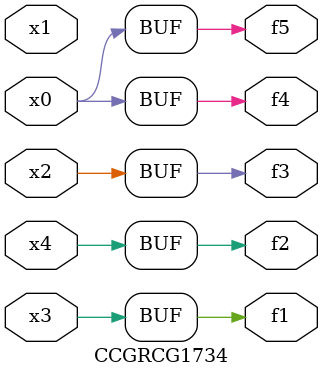
<source format=v>
module CCGRCG1734(
	input x0, x1, x2, x3, x4,
	output f1, f2, f3, f4, f5
);
	assign f1 = x3;
	assign f2 = x4;
	assign f3 = x2;
	assign f4 = x0;
	assign f5 = x0;
endmodule

</source>
